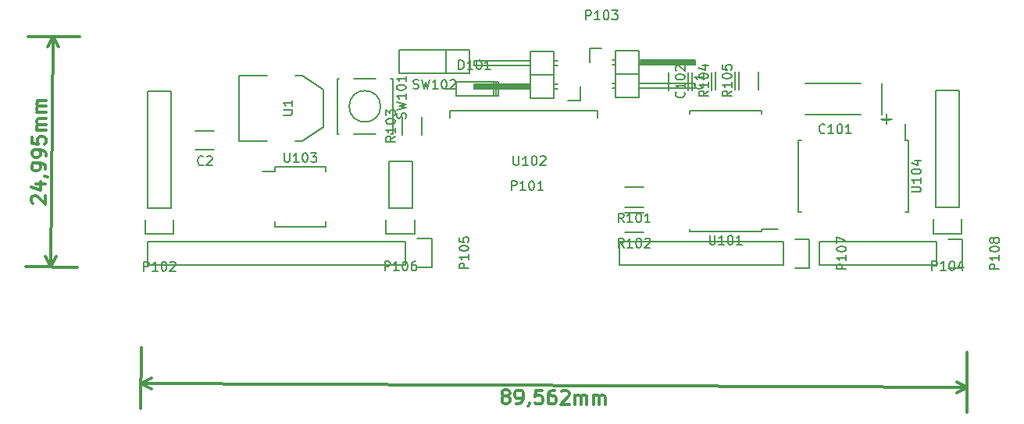
<source format=gbr>
G04 #@! TF.FileFunction,Legend,Top*
%FSLAX46Y46*%
G04 Gerber Fmt 4.6, Leading zero omitted, Abs format (unit mm)*
G04 Created by KiCad (PCBNEW 4.0.2-stable) date viernes, 29 '29e' abril '29e' 2016, 11:45:47*
%MOMM*%
G01*
G04 APERTURE LIST*
%ADD10C,0.100000*%
%ADD11C,0.300000*%
%ADD12C,0.150000*%
%ADD13C,0.152400*%
G04 APERTURE END LIST*
D10*
D11*
X113800597Y-88417193D02*
X113729971Y-88344970D01*
X113660143Y-88201324D01*
X113664135Y-87844203D01*
X113737156Y-87702153D01*
X113809379Y-87631527D01*
X113953026Y-87561701D01*
X114095874Y-87563298D01*
X114309348Y-87637116D01*
X115156855Y-88503787D01*
X115167235Y-87575274D01*
X114181670Y-86278462D02*
X115181607Y-86289641D01*
X113606285Y-86629196D02*
X114673654Y-86998293D01*
X114684034Y-86069779D01*
X115119765Y-85431754D02*
X115191188Y-85432552D01*
X115333239Y-85505572D01*
X115403864Y-85577795D01*
X115199173Y-84718311D02*
X115202366Y-84432614D01*
X115132540Y-84288967D01*
X115061914Y-84216745D01*
X114849239Y-84071501D01*
X114564340Y-83996883D01*
X113992948Y-83990496D01*
X113849301Y-84060322D01*
X113777079Y-84130949D01*
X113704057Y-84272998D01*
X113700863Y-84558694D01*
X113770691Y-84702342D01*
X113841317Y-84774564D01*
X113983367Y-84847585D01*
X114340487Y-84851577D01*
X114484134Y-84781750D01*
X114556356Y-84711125D01*
X114629377Y-84569074D01*
X114632571Y-84283378D01*
X114562743Y-84139731D01*
X114492118Y-84067508D01*
X114350069Y-83994488D01*
X115215142Y-83289829D02*
X115218335Y-83004132D01*
X115148509Y-82860485D01*
X115077883Y-82788263D01*
X114865208Y-82643019D01*
X114580309Y-82568402D01*
X114008917Y-82562014D01*
X113865270Y-82631841D01*
X113793047Y-82702467D01*
X113720026Y-82844516D01*
X113716832Y-83130213D01*
X113786660Y-83273860D01*
X113857286Y-83346082D01*
X113999336Y-83419104D01*
X114356456Y-83423096D01*
X114500103Y-83353268D01*
X114572325Y-83282643D01*
X114645346Y-83140592D01*
X114648540Y-82854896D01*
X114578712Y-82711250D01*
X114508087Y-82639027D01*
X114366037Y-82566006D01*
X113738390Y-81201762D02*
X113730406Y-81916003D01*
X114443849Y-81995412D01*
X114373223Y-81923189D01*
X114303396Y-81779543D01*
X114307388Y-81422422D01*
X114380409Y-81280373D01*
X114452631Y-81209747D01*
X114596278Y-81139920D01*
X114953399Y-81143912D01*
X115095448Y-81216932D01*
X115166074Y-81289155D01*
X115235901Y-81432802D01*
X115231909Y-81789923D01*
X115158888Y-81931972D01*
X115086665Y-82002598D01*
X115246281Y-80504289D02*
X114246343Y-80493111D01*
X114389192Y-80494708D02*
X114318566Y-80422486D01*
X114248738Y-80278838D01*
X114251134Y-80064567D01*
X114324155Y-79922517D01*
X114467802Y-79852689D01*
X115253467Y-79861472D01*
X114467802Y-79852689D02*
X114325752Y-79779668D01*
X114255924Y-79636021D01*
X114258320Y-79421750D01*
X114331341Y-79279699D01*
X114474988Y-79209872D01*
X115260653Y-79218655D01*
X115268637Y-78504414D02*
X114268699Y-78493236D01*
X114411549Y-78494833D02*
X114340922Y-78422611D01*
X114271095Y-78278963D01*
X114273490Y-78064692D01*
X114346512Y-77922642D01*
X114490158Y-77852814D01*
X115275823Y-77861597D01*
X114490158Y-77852814D02*
X114348108Y-77779793D01*
X114278281Y-77636146D01*
X114280676Y-77421875D01*
X114353698Y-77279824D01*
X114497344Y-77209997D01*
X115283009Y-77218780D01*
X115752418Y-95294166D02*
X116031818Y-70300566D01*
X118618000Y-95326200D02*
X113052587Y-95263985D01*
X118897400Y-70332600D02*
X113331987Y-70270385D01*
X116031818Y-70300566D02*
X116605610Y-71433554D01*
X116031818Y-70300566D02*
X115432842Y-71420444D01*
X115752418Y-95294166D02*
X116351394Y-94174288D01*
X115752418Y-95294166D02*
X115178626Y-94161178D01*
X164948204Y-109336880D02*
X164805733Y-109264682D01*
X164734691Y-109192869D01*
X164664033Y-109049629D01*
X164664418Y-108978202D01*
X164736615Y-108835732D01*
X164808427Y-108764689D01*
X164951668Y-108694031D01*
X165237378Y-108695571D01*
X165379848Y-108767768D01*
X165450891Y-108839581D01*
X165521548Y-108982821D01*
X165521163Y-109054248D01*
X165448967Y-109196718D01*
X165377154Y-109267761D01*
X165233914Y-109338419D01*
X164948204Y-109336880D01*
X164804963Y-109407537D01*
X164733151Y-109478580D01*
X164660954Y-109621050D01*
X164659414Y-109906760D01*
X164730072Y-110050000D01*
X164801114Y-110121813D01*
X164943585Y-110194009D01*
X165229295Y-110195549D01*
X165372535Y-110124892D01*
X165444348Y-110053849D01*
X165516545Y-109911379D01*
X165518084Y-109625669D01*
X165447427Y-109482429D01*
X165376384Y-109410616D01*
X165233914Y-109338419D01*
X166229280Y-110200937D02*
X166514991Y-110202477D01*
X166658230Y-110131820D01*
X166730042Y-110060777D01*
X166874053Y-109847265D01*
X166947019Y-109561939D01*
X166950098Y-108990519D01*
X166879441Y-108847279D01*
X166808398Y-108775466D01*
X166665928Y-108703269D01*
X166380218Y-108701729D01*
X166236977Y-108772387D01*
X166165166Y-108843430D01*
X166092968Y-108985900D01*
X166091043Y-109343038D01*
X166161702Y-109486278D01*
X166232744Y-109558090D01*
X166375215Y-109630287D01*
X166660925Y-109631827D01*
X166804164Y-109561169D01*
X166875977Y-109490127D01*
X166948174Y-109347657D01*
X167658215Y-110137208D02*
X167657830Y-110208635D01*
X167585633Y-110351106D01*
X167513820Y-110422148D01*
X169023037Y-108715970D02*
X168308761Y-108712121D01*
X168233484Y-109426012D01*
X168305297Y-109354970D01*
X168448537Y-109284311D01*
X168805675Y-109286236D01*
X168948145Y-109358434D01*
X169019188Y-109430246D01*
X169089845Y-109573485D01*
X169087921Y-109930623D01*
X169015724Y-110073093D01*
X168943911Y-110144136D01*
X168800671Y-110214793D01*
X168443534Y-110212869D01*
X168301063Y-110140672D01*
X168230020Y-110068859D01*
X170380159Y-108723283D02*
X170094449Y-108721743D01*
X169951210Y-108792401D01*
X169879397Y-108863445D01*
X169735387Y-109076957D01*
X169662420Y-109362283D01*
X169659340Y-109933702D01*
X169729999Y-110076942D01*
X169801041Y-110148755D01*
X169943512Y-110220952D01*
X170229222Y-110222491D01*
X170372461Y-110151834D01*
X170444274Y-110080791D01*
X170516471Y-109938321D01*
X170518395Y-109581183D01*
X170447738Y-109437943D01*
X170376695Y-109366131D01*
X170234225Y-109293934D01*
X169948515Y-109292394D01*
X169805274Y-109363052D01*
X169733463Y-109434094D01*
X169661265Y-109576564D01*
X171093664Y-108869988D02*
X171165477Y-108798945D01*
X171308717Y-108728286D01*
X171665855Y-108730211D01*
X171808325Y-108802409D01*
X171879368Y-108874221D01*
X171950025Y-109017461D01*
X171949255Y-109160316D01*
X171876673Y-109374214D01*
X171014924Y-110226725D01*
X171943482Y-110231729D01*
X172586329Y-110235193D02*
X172591718Y-109235207D01*
X172590948Y-109378063D02*
X172662760Y-109307020D01*
X172806001Y-109236362D01*
X173020283Y-109237516D01*
X173162753Y-109309714D01*
X173233411Y-109452954D01*
X173229177Y-110238657D01*
X173233411Y-109452954D02*
X173305609Y-109310484D01*
X173448848Y-109239826D01*
X173663130Y-109240981D01*
X173805601Y-109313178D01*
X173876258Y-109456418D01*
X173872025Y-110242121D01*
X174586300Y-110245970D02*
X174591689Y-109245984D01*
X174590919Y-109388840D02*
X174662731Y-109317797D01*
X174805972Y-109247139D01*
X175020254Y-109248293D01*
X175162724Y-109320491D01*
X175233382Y-109463731D01*
X175229148Y-110249434D01*
X175233382Y-109463731D02*
X175305580Y-109321261D01*
X175448819Y-109250603D01*
X175663101Y-109251757D01*
X175805572Y-109323955D01*
X175876229Y-109467195D01*
X175871996Y-110252898D01*
X215091780Y-108435635D02*
X125531380Y-107953035D01*
X215112600Y-104571800D02*
X215077231Y-111135596D01*
X125552200Y-104089200D02*
X125516831Y-110652996D01*
X125531380Y-107953035D02*
X126661027Y-107372693D01*
X125531380Y-107953035D02*
X126654707Y-108545517D01*
X215091780Y-108435635D02*
X213968453Y-107843153D01*
X215091780Y-108435635D02*
X213962133Y-109015977D01*
D12*
X173131000Y-77267400D02*
X173131000Y-75717400D01*
X171831000Y-77267400D02*
X173131000Y-77267400D01*
X167640000Y-75844400D02*
X161798000Y-75844400D01*
X161798000Y-75844400D02*
X161798000Y-75590400D01*
X161798000Y-75590400D02*
X167640000Y-75590400D01*
X167640000Y-75590400D02*
X167640000Y-75717400D01*
X167640000Y-75717400D02*
X161798000Y-75717400D01*
X170307000Y-75971400D02*
X170688000Y-75971400D01*
X170307000Y-75463400D02*
X170688000Y-75463400D01*
X170307000Y-73431400D02*
X170688000Y-73431400D01*
X170307000Y-72923400D02*
X170688000Y-72923400D01*
X170307000Y-76987400D02*
X167767000Y-76987400D01*
X170307000Y-74447400D02*
X167767000Y-74447400D01*
X170307000Y-74447400D02*
X170307000Y-71907400D01*
X170307000Y-71907400D02*
X167767000Y-71907400D01*
X167767000Y-73431400D02*
X161671000Y-73431400D01*
X161671000Y-73431400D02*
X161671000Y-72923400D01*
X161671000Y-72923400D02*
X167767000Y-72923400D01*
X167767000Y-71907400D02*
X167767000Y-74447400D01*
X167767000Y-74447400D02*
X167767000Y-76987400D01*
X161671000Y-75463400D02*
X167767000Y-75463400D01*
X161671000Y-75971400D02*
X161671000Y-75463400D01*
X167767000Y-75971400D02*
X161671000Y-75971400D01*
X170307000Y-74447400D02*
X167767000Y-74447400D01*
X170307000Y-76987400D02*
X170307000Y-74447400D01*
X126263000Y-88925400D02*
X126263000Y-76225400D01*
X126263000Y-76225400D02*
X128803000Y-76225400D01*
X128803000Y-76225400D02*
X128803000Y-88925400D01*
X125983000Y-91745400D02*
X125983000Y-90195400D01*
X126263000Y-88925400D02*
X128803000Y-88925400D01*
X129083000Y-90195400D02*
X129083000Y-91745400D01*
X129083000Y-91745400D02*
X125983000Y-91745400D01*
X174163000Y-71551200D02*
X174163000Y-73101200D01*
X175463000Y-71551200D02*
X174163000Y-71551200D01*
X179654000Y-72974200D02*
X185496000Y-72974200D01*
X185496000Y-72974200D02*
X185496000Y-73228200D01*
X185496000Y-73228200D02*
X179654000Y-73228200D01*
X179654000Y-73228200D02*
X179654000Y-73101200D01*
X179654000Y-73101200D02*
X185496000Y-73101200D01*
X176987000Y-72847200D02*
X176606000Y-72847200D01*
X176987000Y-73355200D02*
X176606000Y-73355200D01*
X176987000Y-75387200D02*
X176606000Y-75387200D01*
X176987000Y-75895200D02*
X176606000Y-75895200D01*
X176987000Y-71831200D02*
X179527000Y-71831200D01*
X176987000Y-74371200D02*
X179527000Y-74371200D01*
X176987000Y-74371200D02*
X176987000Y-76911200D01*
X176987000Y-76911200D02*
X179527000Y-76911200D01*
X179527000Y-75387200D02*
X185623000Y-75387200D01*
X185623000Y-75387200D02*
X185623000Y-75895200D01*
X185623000Y-75895200D02*
X179527000Y-75895200D01*
X179527000Y-76911200D02*
X179527000Y-74371200D01*
X179527000Y-74371200D02*
X179527000Y-71831200D01*
X185623000Y-73355200D02*
X179527000Y-73355200D01*
X185623000Y-72847200D02*
X185623000Y-73355200D01*
X179527000Y-72847200D02*
X185623000Y-72847200D01*
X176987000Y-74371200D02*
X179527000Y-74371200D01*
X176987000Y-71831200D02*
X176987000Y-74371200D01*
X211684000Y-88874600D02*
X211684000Y-76174600D01*
X211684000Y-76174600D02*
X214224000Y-76174600D01*
X214224000Y-76174600D02*
X214224000Y-88874600D01*
X211404000Y-91694600D02*
X211404000Y-90144600D01*
X211684000Y-88874600D02*
X214224000Y-88874600D01*
X214504000Y-90144600D02*
X214504000Y-91694600D01*
X214504000Y-91694600D02*
X211404000Y-91694600D01*
X154229000Y-95072200D02*
X126289000Y-95072200D01*
X126289000Y-95072200D02*
X126289000Y-92532200D01*
X126289000Y-92532200D02*
X154229000Y-92532200D01*
X157049000Y-95352200D02*
X155499000Y-95352200D01*
X154229000Y-95072200D02*
X154229000Y-92532200D01*
X155499000Y-92252200D02*
X157049000Y-92252200D01*
X157049000Y-92252200D02*
X157049000Y-95352200D01*
X154940000Y-88900000D02*
X154940000Y-83820000D01*
X154940000Y-83820000D02*
X152400000Y-83820000D01*
X152400000Y-83820000D02*
X152400000Y-88900000D01*
X152120000Y-91720000D02*
X152120000Y-90170000D01*
X152400000Y-88900000D02*
X154940000Y-88900000D01*
X155220000Y-90170000D02*
X155220000Y-91720000D01*
X155220000Y-91720000D02*
X152120000Y-91720000D01*
X195148000Y-95148400D02*
X177368000Y-95148400D01*
X177368000Y-95148400D02*
X177368000Y-92608400D01*
X177368000Y-92608400D02*
X195148000Y-92608400D01*
X197968000Y-95428400D02*
X196418000Y-95428400D01*
X195148000Y-95148400D02*
X195148000Y-92608400D01*
X196418000Y-92328400D02*
X197968000Y-92328400D01*
X197968000Y-92328400D02*
X197968000Y-95428400D01*
X139217000Y-74498200D02*
X136169000Y-74498200D01*
X136169000Y-74498200D02*
X136169000Y-81610200D01*
X136169000Y-81610200D02*
X139217000Y-81610200D01*
X142265000Y-74498200D02*
X143027000Y-74498200D01*
X143027000Y-74498200D02*
X145313000Y-76022200D01*
X145313000Y-76022200D02*
X145313000Y-80086200D01*
X145313000Y-80086200D02*
X143027000Y-81610200D01*
X143027000Y-81610200D02*
X142265000Y-81610200D01*
X192775000Y-91512600D02*
X192775000Y-91177600D01*
X185025000Y-91512600D02*
X185025000Y-91177600D01*
X185025000Y-78362600D02*
X185025000Y-78697600D01*
X192775000Y-78362600D02*
X192775000Y-78697600D01*
X192775000Y-91512600D02*
X185025000Y-91512600D01*
X192775000Y-78362600D02*
X185025000Y-78362600D01*
X192775000Y-91177600D02*
X194575000Y-91177600D01*
D13*
X175006000Y-79121000D02*
X175006000Y-78359000D01*
X175006000Y-78359000D02*
X159004000Y-78359000D01*
X159004000Y-78359000D02*
X159004000Y-79121000D01*
D12*
X208693000Y-81596000D02*
X208348000Y-81596000D01*
X208693000Y-89346000D02*
X208348000Y-89346000D01*
X196793000Y-89346000D02*
X197138000Y-89346000D01*
X196793000Y-81596000D02*
X197138000Y-81596000D01*
X208693000Y-81596000D02*
X208693000Y-89346000D01*
X196793000Y-81596000D02*
X196793000Y-89346000D01*
X208348000Y-81596000D02*
X208348000Y-79771000D01*
X211734000Y-95148400D02*
X199034000Y-95148400D01*
X199034000Y-95148400D02*
X199034000Y-92608400D01*
X199034000Y-92608400D02*
X211734000Y-92608400D01*
X214554000Y-95428400D02*
X213004000Y-95428400D01*
X211734000Y-95148400D02*
X211734000Y-92608400D01*
X213004000Y-92328400D02*
X214554000Y-92328400D01*
X214554000Y-92328400D02*
X214554000Y-95428400D01*
X140024000Y-84405800D02*
X140024000Y-84980800D01*
X145574000Y-84405800D02*
X145574000Y-84980800D01*
X145574000Y-90955800D02*
X145574000Y-90380800D01*
X140024000Y-90955800D02*
X140024000Y-90380800D01*
X140024000Y-84405800D02*
X145574000Y-84405800D01*
X140024000Y-90955800D02*
X145574000Y-90955800D01*
X140024000Y-84980800D02*
X138749000Y-84980800D01*
X205834180Y-78762860D02*
X205834180Y-75364340D01*
X197584260Y-75364340D02*
X203583740Y-75364340D01*
X197584260Y-78762860D02*
X203583740Y-78762860D01*
X206337100Y-79766160D02*
X206337100Y-78666340D01*
X206936540Y-79265780D02*
X205737660Y-79265780D01*
X184819000Y-76184000D02*
X184819000Y-74184000D01*
X182769000Y-74184000D02*
X182769000Y-76184000D01*
X131461000Y-82559000D02*
X133461000Y-82559000D01*
X133461000Y-80509000D02*
X131461000Y-80509000D01*
X185309000Y-74184000D02*
X185309000Y-76184000D01*
X187359000Y-76184000D02*
X187359000Y-74184000D01*
X177994000Y-86656600D02*
X179994000Y-86656600D01*
X179994000Y-88806600D02*
X177994000Y-88806600D01*
X177994000Y-89399800D02*
X179994000Y-89399800D01*
X179994000Y-91549800D02*
X177994000Y-91549800D01*
X189949400Y-74082400D02*
X189949400Y-76082400D01*
X187799400Y-76082400D02*
X187799400Y-74082400D01*
X192489400Y-74082400D02*
X192489400Y-76082400D01*
X190339400Y-76082400D02*
X190339400Y-74082400D01*
X156015000Y-79010000D02*
X156015000Y-81010000D01*
X153865000Y-81010000D02*
X153865000Y-79010000D01*
X152809000Y-80876400D02*
X152609000Y-80876400D01*
X146809000Y-80876400D02*
X147009000Y-80876400D01*
X146809000Y-74876400D02*
X147009000Y-74876400D01*
X152809000Y-74876400D02*
X152609000Y-74876400D01*
X151009000Y-74876400D02*
X148609000Y-74876400D01*
X151009000Y-80876400D02*
X148609000Y-80876400D01*
X152809000Y-80876400D02*
X152809000Y-74876400D01*
X146809000Y-74876400D02*
X146809000Y-80876400D01*
X151509000Y-77876400D02*
G75*
G03X151509000Y-77876400I-1700000J0D01*
G01*
X161163000Y-71704200D02*
X161163000Y-74244200D01*
X161163000Y-74244200D02*
X153543000Y-74244200D01*
X153543000Y-74244200D02*
X153543000Y-71704200D01*
X153543000Y-71704200D02*
X161163000Y-71704200D01*
X158623000Y-74244200D02*
X158623000Y-71704200D01*
X159740480Y-75948540D02*
X158343480Y-75948540D01*
X164185480Y-75948540D02*
X165709480Y-75948540D01*
X163804480Y-76710540D02*
X163804480Y-75186540D01*
X164058480Y-76710540D02*
X164058480Y-75186540D01*
X164312480Y-75948540D02*
X164312480Y-75186540D01*
X164312480Y-75186540D02*
X159740480Y-75186540D01*
X159740480Y-75186540D02*
X159740480Y-76710540D01*
X159740480Y-76710540D02*
X164312480Y-76710540D01*
X164312480Y-76710540D02*
X164312480Y-75948540D01*
X165695524Y-86964781D02*
X165695524Y-85964781D01*
X166076477Y-85964781D01*
X166171715Y-86012400D01*
X166219334Y-86060019D01*
X166266953Y-86155257D01*
X166266953Y-86298114D01*
X166219334Y-86393352D01*
X166171715Y-86440971D01*
X166076477Y-86488590D01*
X165695524Y-86488590D01*
X167219334Y-86964781D02*
X166647905Y-86964781D01*
X166933619Y-86964781D02*
X166933619Y-85964781D01*
X166838381Y-86107638D01*
X166743143Y-86202876D01*
X166647905Y-86250495D01*
X167838381Y-85964781D02*
X167933620Y-85964781D01*
X168028858Y-86012400D01*
X168076477Y-86060019D01*
X168124096Y-86155257D01*
X168171715Y-86345733D01*
X168171715Y-86583829D01*
X168124096Y-86774305D01*
X168076477Y-86869543D01*
X168028858Y-86917162D01*
X167933620Y-86964781D01*
X167838381Y-86964781D01*
X167743143Y-86917162D01*
X167695524Y-86869543D01*
X167647905Y-86774305D01*
X167600286Y-86583829D01*
X167600286Y-86345733D01*
X167647905Y-86155257D01*
X167695524Y-86060019D01*
X167743143Y-86012400D01*
X167838381Y-85964781D01*
X169124096Y-86964781D02*
X168552667Y-86964781D01*
X168838381Y-86964781D02*
X168838381Y-85964781D01*
X168743143Y-86107638D01*
X168647905Y-86202876D01*
X168552667Y-86250495D01*
X125842524Y-95747781D02*
X125842524Y-94747781D01*
X126223477Y-94747781D01*
X126318715Y-94795400D01*
X126366334Y-94843019D01*
X126413953Y-94938257D01*
X126413953Y-95081114D01*
X126366334Y-95176352D01*
X126318715Y-95223971D01*
X126223477Y-95271590D01*
X125842524Y-95271590D01*
X127366334Y-95747781D02*
X126794905Y-95747781D01*
X127080619Y-95747781D02*
X127080619Y-94747781D01*
X126985381Y-94890638D01*
X126890143Y-94985876D01*
X126794905Y-95033495D01*
X127985381Y-94747781D02*
X128080620Y-94747781D01*
X128175858Y-94795400D01*
X128223477Y-94843019D01*
X128271096Y-94938257D01*
X128318715Y-95128733D01*
X128318715Y-95366829D01*
X128271096Y-95557305D01*
X128223477Y-95652543D01*
X128175858Y-95700162D01*
X128080620Y-95747781D01*
X127985381Y-95747781D01*
X127890143Y-95700162D01*
X127842524Y-95652543D01*
X127794905Y-95557305D01*
X127747286Y-95366829D01*
X127747286Y-95128733D01*
X127794905Y-94938257D01*
X127842524Y-94843019D01*
X127890143Y-94795400D01*
X127985381Y-94747781D01*
X128699667Y-94843019D02*
X128747286Y-94795400D01*
X128842524Y-94747781D01*
X129080620Y-94747781D01*
X129175858Y-94795400D01*
X129223477Y-94843019D01*
X129271096Y-94938257D01*
X129271096Y-95033495D01*
X129223477Y-95176352D01*
X128652048Y-95747781D01*
X129271096Y-95747781D01*
X173772524Y-68453581D02*
X173772524Y-67453581D01*
X174153477Y-67453581D01*
X174248715Y-67501200D01*
X174296334Y-67548819D01*
X174343953Y-67644057D01*
X174343953Y-67786914D01*
X174296334Y-67882152D01*
X174248715Y-67929771D01*
X174153477Y-67977390D01*
X173772524Y-67977390D01*
X175296334Y-68453581D02*
X174724905Y-68453581D01*
X175010619Y-68453581D02*
X175010619Y-67453581D01*
X174915381Y-67596438D01*
X174820143Y-67691676D01*
X174724905Y-67739295D01*
X175915381Y-67453581D02*
X176010620Y-67453581D01*
X176105858Y-67501200D01*
X176153477Y-67548819D01*
X176201096Y-67644057D01*
X176248715Y-67834533D01*
X176248715Y-68072629D01*
X176201096Y-68263105D01*
X176153477Y-68358343D01*
X176105858Y-68405962D01*
X176010620Y-68453581D01*
X175915381Y-68453581D01*
X175820143Y-68405962D01*
X175772524Y-68358343D01*
X175724905Y-68263105D01*
X175677286Y-68072629D01*
X175677286Y-67834533D01*
X175724905Y-67644057D01*
X175772524Y-67548819D01*
X175820143Y-67501200D01*
X175915381Y-67453581D01*
X176582048Y-67453581D02*
X177201096Y-67453581D01*
X176867762Y-67834533D01*
X177010620Y-67834533D01*
X177105858Y-67882152D01*
X177153477Y-67929771D01*
X177201096Y-68025010D01*
X177201096Y-68263105D01*
X177153477Y-68358343D01*
X177105858Y-68405962D01*
X177010620Y-68453581D01*
X176724905Y-68453581D01*
X176629667Y-68405962D01*
X176582048Y-68358343D01*
X211263524Y-95696981D02*
X211263524Y-94696981D01*
X211644477Y-94696981D01*
X211739715Y-94744600D01*
X211787334Y-94792219D01*
X211834953Y-94887457D01*
X211834953Y-95030314D01*
X211787334Y-95125552D01*
X211739715Y-95173171D01*
X211644477Y-95220790D01*
X211263524Y-95220790D01*
X212787334Y-95696981D02*
X212215905Y-95696981D01*
X212501619Y-95696981D02*
X212501619Y-94696981D01*
X212406381Y-94839838D01*
X212311143Y-94935076D01*
X212215905Y-94982695D01*
X213406381Y-94696981D02*
X213501620Y-94696981D01*
X213596858Y-94744600D01*
X213644477Y-94792219D01*
X213692096Y-94887457D01*
X213739715Y-95077933D01*
X213739715Y-95316029D01*
X213692096Y-95506505D01*
X213644477Y-95601743D01*
X213596858Y-95649362D01*
X213501620Y-95696981D01*
X213406381Y-95696981D01*
X213311143Y-95649362D01*
X213263524Y-95601743D01*
X213215905Y-95506505D01*
X213168286Y-95316029D01*
X213168286Y-95077933D01*
X213215905Y-94887457D01*
X213263524Y-94792219D01*
X213311143Y-94744600D01*
X213406381Y-94696981D01*
X214596858Y-95030314D02*
X214596858Y-95696981D01*
X214358762Y-94649362D02*
X214120667Y-95363648D01*
X214739715Y-95363648D01*
X161051381Y-95492676D02*
X160051381Y-95492676D01*
X160051381Y-95111723D01*
X160099000Y-95016485D01*
X160146619Y-94968866D01*
X160241857Y-94921247D01*
X160384714Y-94921247D01*
X160479952Y-94968866D01*
X160527571Y-95016485D01*
X160575190Y-95111723D01*
X160575190Y-95492676D01*
X161051381Y-93968866D02*
X161051381Y-94540295D01*
X161051381Y-94254581D02*
X160051381Y-94254581D01*
X160194238Y-94349819D01*
X160289476Y-94445057D01*
X160337095Y-94540295D01*
X160051381Y-93349819D02*
X160051381Y-93254580D01*
X160099000Y-93159342D01*
X160146619Y-93111723D01*
X160241857Y-93064104D01*
X160432333Y-93016485D01*
X160670429Y-93016485D01*
X160860905Y-93064104D01*
X160956143Y-93111723D01*
X161003762Y-93159342D01*
X161051381Y-93254580D01*
X161051381Y-93349819D01*
X161003762Y-93445057D01*
X160956143Y-93492676D01*
X160860905Y-93540295D01*
X160670429Y-93587914D01*
X160432333Y-93587914D01*
X160241857Y-93540295D01*
X160146619Y-93492676D01*
X160099000Y-93445057D01*
X160051381Y-93349819D01*
X160051381Y-92111723D02*
X160051381Y-92587914D01*
X160527571Y-92635533D01*
X160479952Y-92587914D01*
X160432333Y-92492676D01*
X160432333Y-92254580D01*
X160479952Y-92159342D01*
X160527571Y-92111723D01*
X160622810Y-92064104D01*
X160860905Y-92064104D01*
X160956143Y-92111723D01*
X161003762Y-92159342D01*
X161051381Y-92254580D01*
X161051381Y-92492676D01*
X161003762Y-92587914D01*
X160956143Y-92635533D01*
X151979524Y-95722381D02*
X151979524Y-94722381D01*
X152360477Y-94722381D01*
X152455715Y-94770000D01*
X152503334Y-94817619D01*
X152550953Y-94912857D01*
X152550953Y-95055714D01*
X152503334Y-95150952D01*
X152455715Y-95198571D01*
X152360477Y-95246190D01*
X151979524Y-95246190D01*
X153503334Y-95722381D02*
X152931905Y-95722381D01*
X153217619Y-95722381D02*
X153217619Y-94722381D01*
X153122381Y-94865238D01*
X153027143Y-94960476D01*
X152931905Y-95008095D01*
X154122381Y-94722381D02*
X154217620Y-94722381D01*
X154312858Y-94770000D01*
X154360477Y-94817619D01*
X154408096Y-94912857D01*
X154455715Y-95103333D01*
X154455715Y-95341429D01*
X154408096Y-95531905D01*
X154360477Y-95627143D01*
X154312858Y-95674762D01*
X154217620Y-95722381D01*
X154122381Y-95722381D01*
X154027143Y-95674762D01*
X153979524Y-95627143D01*
X153931905Y-95531905D01*
X153884286Y-95341429D01*
X153884286Y-95103333D01*
X153931905Y-94912857D01*
X153979524Y-94817619D01*
X154027143Y-94770000D01*
X154122381Y-94722381D01*
X155312858Y-94722381D02*
X155122381Y-94722381D01*
X155027143Y-94770000D01*
X154979524Y-94817619D01*
X154884286Y-94960476D01*
X154836667Y-95150952D01*
X154836667Y-95531905D01*
X154884286Y-95627143D01*
X154931905Y-95674762D01*
X155027143Y-95722381D01*
X155217620Y-95722381D01*
X155312858Y-95674762D01*
X155360477Y-95627143D01*
X155408096Y-95531905D01*
X155408096Y-95293810D01*
X155360477Y-95198571D01*
X155312858Y-95150952D01*
X155217620Y-95103333D01*
X155027143Y-95103333D01*
X154931905Y-95150952D01*
X154884286Y-95198571D01*
X154836667Y-95293810D01*
X201970381Y-95568876D02*
X200970381Y-95568876D01*
X200970381Y-95187923D01*
X201018000Y-95092685D01*
X201065619Y-95045066D01*
X201160857Y-94997447D01*
X201303714Y-94997447D01*
X201398952Y-95045066D01*
X201446571Y-95092685D01*
X201494190Y-95187923D01*
X201494190Y-95568876D01*
X201970381Y-94045066D02*
X201970381Y-94616495D01*
X201970381Y-94330781D02*
X200970381Y-94330781D01*
X201113238Y-94426019D01*
X201208476Y-94521257D01*
X201256095Y-94616495D01*
X200970381Y-93426019D02*
X200970381Y-93330780D01*
X201018000Y-93235542D01*
X201065619Y-93187923D01*
X201160857Y-93140304D01*
X201351333Y-93092685D01*
X201589429Y-93092685D01*
X201779905Y-93140304D01*
X201875143Y-93187923D01*
X201922762Y-93235542D01*
X201970381Y-93330780D01*
X201970381Y-93426019D01*
X201922762Y-93521257D01*
X201875143Y-93568876D01*
X201779905Y-93616495D01*
X201589429Y-93664114D01*
X201351333Y-93664114D01*
X201160857Y-93616495D01*
X201065619Y-93568876D01*
X201018000Y-93521257D01*
X200970381Y-93426019D01*
X200970381Y-92759352D02*
X200970381Y-92092685D01*
X201970381Y-92521257D01*
X140955381Y-78816105D02*
X141764905Y-78816105D01*
X141860143Y-78768486D01*
X141907762Y-78720867D01*
X141955381Y-78625629D01*
X141955381Y-78435152D01*
X141907762Y-78339914D01*
X141860143Y-78292295D01*
X141764905Y-78244676D01*
X140955381Y-78244676D01*
X141955381Y-77244676D02*
X141955381Y-77816105D01*
X141955381Y-77530391D02*
X140955381Y-77530391D01*
X141098238Y-77625629D01*
X141193476Y-77720867D01*
X141241095Y-77816105D01*
X187185714Y-91889981D02*
X187185714Y-92699505D01*
X187233333Y-92794743D01*
X187280952Y-92842362D01*
X187376190Y-92889981D01*
X187566667Y-92889981D01*
X187661905Y-92842362D01*
X187709524Y-92794743D01*
X187757143Y-92699505D01*
X187757143Y-91889981D01*
X188757143Y-92889981D02*
X188185714Y-92889981D01*
X188471428Y-92889981D02*
X188471428Y-91889981D01*
X188376190Y-92032838D01*
X188280952Y-92128076D01*
X188185714Y-92175695D01*
X189376190Y-91889981D02*
X189471429Y-91889981D01*
X189566667Y-91937600D01*
X189614286Y-91985219D01*
X189661905Y-92080457D01*
X189709524Y-92270933D01*
X189709524Y-92509029D01*
X189661905Y-92699505D01*
X189614286Y-92794743D01*
X189566667Y-92842362D01*
X189471429Y-92889981D01*
X189376190Y-92889981D01*
X189280952Y-92842362D01*
X189233333Y-92794743D01*
X189185714Y-92699505D01*
X189138095Y-92509029D01*
X189138095Y-92270933D01*
X189185714Y-92080457D01*
X189233333Y-91985219D01*
X189280952Y-91937600D01*
X189376190Y-91889981D01*
X190661905Y-92889981D02*
X190090476Y-92889981D01*
X190376190Y-92889981D02*
X190376190Y-91889981D01*
X190280952Y-92032838D01*
X190185714Y-92128076D01*
X190090476Y-92175695D01*
X165925714Y-83272381D02*
X165925714Y-84081905D01*
X165973333Y-84177143D01*
X166020952Y-84224762D01*
X166116190Y-84272381D01*
X166306667Y-84272381D01*
X166401905Y-84224762D01*
X166449524Y-84177143D01*
X166497143Y-84081905D01*
X166497143Y-83272381D01*
X167497143Y-84272381D02*
X166925714Y-84272381D01*
X167211428Y-84272381D02*
X167211428Y-83272381D01*
X167116190Y-83415238D01*
X167020952Y-83510476D01*
X166925714Y-83558095D01*
X168116190Y-83272381D02*
X168211429Y-83272381D01*
X168306667Y-83320000D01*
X168354286Y-83367619D01*
X168401905Y-83462857D01*
X168449524Y-83653333D01*
X168449524Y-83891429D01*
X168401905Y-84081905D01*
X168354286Y-84177143D01*
X168306667Y-84224762D01*
X168211429Y-84272381D01*
X168116190Y-84272381D01*
X168020952Y-84224762D01*
X167973333Y-84177143D01*
X167925714Y-84081905D01*
X167878095Y-83891429D01*
X167878095Y-83653333D01*
X167925714Y-83462857D01*
X167973333Y-83367619D01*
X168020952Y-83320000D01*
X168116190Y-83272381D01*
X168830476Y-83367619D02*
X168878095Y-83320000D01*
X168973333Y-83272381D01*
X169211429Y-83272381D01*
X169306667Y-83320000D01*
X169354286Y-83367619D01*
X169401905Y-83462857D01*
X169401905Y-83558095D01*
X169354286Y-83700952D01*
X168782857Y-84272381D01*
X169401905Y-84272381D01*
X209070381Y-87185286D02*
X209879905Y-87185286D01*
X209975143Y-87137667D01*
X210022762Y-87090048D01*
X210070381Y-86994810D01*
X210070381Y-86804333D01*
X210022762Y-86709095D01*
X209975143Y-86661476D01*
X209879905Y-86613857D01*
X209070381Y-86613857D01*
X210070381Y-85613857D02*
X210070381Y-86185286D01*
X210070381Y-85899572D02*
X209070381Y-85899572D01*
X209213238Y-85994810D01*
X209308476Y-86090048D01*
X209356095Y-86185286D01*
X209070381Y-84994810D02*
X209070381Y-84899571D01*
X209118000Y-84804333D01*
X209165619Y-84756714D01*
X209260857Y-84709095D01*
X209451333Y-84661476D01*
X209689429Y-84661476D01*
X209879905Y-84709095D01*
X209975143Y-84756714D01*
X210022762Y-84804333D01*
X210070381Y-84899571D01*
X210070381Y-84994810D01*
X210022762Y-85090048D01*
X209975143Y-85137667D01*
X209879905Y-85185286D01*
X209689429Y-85232905D01*
X209451333Y-85232905D01*
X209260857Y-85185286D01*
X209165619Y-85137667D01*
X209118000Y-85090048D01*
X209070381Y-84994810D01*
X209403714Y-83804333D02*
X210070381Y-83804333D01*
X209022762Y-84042429D02*
X209737048Y-84280524D01*
X209737048Y-83661476D01*
X218556381Y-95568876D02*
X217556381Y-95568876D01*
X217556381Y-95187923D01*
X217604000Y-95092685D01*
X217651619Y-95045066D01*
X217746857Y-94997447D01*
X217889714Y-94997447D01*
X217984952Y-95045066D01*
X218032571Y-95092685D01*
X218080190Y-95187923D01*
X218080190Y-95568876D01*
X218556381Y-94045066D02*
X218556381Y-94616495D01*
X218556381Y-94330781D02*
X217556381Y-94330781D01*
X217699238Y-94426019D01*
X217794476Y-94521257D01*
X217842095Y-94616495D01*
X217556381Y-93426019D02*
X217556381Y-93330780D01*
X217604000Y-93235542D01*
X217651619Y-93187923D01*
X217746857Y-93140304D01*
X217937333Y-93092685D01*
X218175429Y-93092685D01*
X218365905Y-93140304D01*
X218461143Y-93187923D01*
X218508762Y-93235542D01*
X218556381Y-93330780D01*
X218556381Y-93426019D01*
X218508762Y-93521257D01*
X218461143Y-93568876D01*
X218365905Y-93616495D01*
X218175429Y-93664114D01*
X217937333Y-93664114D01*
X217746857Y-93616495D01*
X217651619Y-93568876D01*
X217604000Y-93521257D01*
X217556381Y-93426019D01*
X217984952Y-92521257D02*
X217937333Y-92616495D01*
X217889714Y-92664114D01*
X217794476Y-92711733D01*
X217746857Y-92711733D01*
X217651619Y-92664114D01*
X217604000Y-92616495D01*
X217556381Y-92521257D01*
X217556381Y-92330780D01*
X217604000Y-92235542D01*
X217651619Y-92187923D01*
X217746857Y-92140304D01*
X217794476Y-92140304D01*
X217889714Y-92187923D01*
X217937333Y-92235542D01*
X217984952Y-92330780D01*
X217984952Y-92521257D01*
X218032571Y-92616495D01*
X218080190Y-92664114D01*
X218175429Y-92711733D01*
X218365905Y-92711733D01*
X218461143Y-92664114D01*
X218508762Y-92616495D01*
X218556381Y-92521257D01*
X218556381Y-92330780D01*
X218508762Y-92235542D01*
X218461143Y-92187923D01*
X218365905Y-92140304D01*
X218175429Y-92140304D01*
X218080190Y-92187923D01*
X218032571Y-92235542D01*
X217984952Y-92330780D01*
X141084714Y-82933181D02*
X141084714Y-83742705D01*
X141132333Y-83837943D01*
X141179952Y-83885562D01*
X141275190Y-83933181D01*
X141465667Y-83933181D01*
X141560905Y-83885562D01*
X141608524Y-83837943D01*
X141656143Y-83742705D01*
X141656143Y-82933181D01*
X142656143Y-83933181D02*
X142084714Y-83933181D01*
X142370428Y-83933181D02*
X142370428Y-82933181D01*
X142275190Y-83076038D01*
X142179952Y-83171276D01*
X142084714Y-83218895D01*
X143275190Y-82933181D02*
X143370429Y-82933181D01*
X143465667Y-82980800D01*
X143513286Y-83028419D01*
X143560905Y-83123657D01*
X143608524Y-83314133D01*
X143608524Y-83552229D01*
X143560905Y-83742705D01*
X143513286Y-83837943D01*
X143465667Y-83885562D01*
X143370429Y-83933181D01*
X143275190Y-83933181D01*
X143179952Y-83885562D01*
X143132333Y-83837943D01*
X143084714Y-83742705D01*
X143037095Y-83552229D01*
X143037095Y-83314133D01*
X143084714Y-83123657D01*
X143132333Y-83028419D01*
X143179952Y-82980800D01*
X143275190Y-82933181D01*
X143941857Y-82933181D02*
X144560905Y-82933181D01*
X144227571Y-83314133D01*
X144370429Y-83314133D01*
X144465667Y-83361752D01*
X144513286Y-83409371D01*
X144560905Y-83504610D01*
X144560905Y-83742705D01*
X144513286Y-83837943D01*
X144465667Y-83885562D01*
X144370429Y-83933181D01*
X144084714Y-83933181D01*
X143989476Y-83885562D01*
X143941857Y-83837943D01*
X199665613Y-80720203D02*
X199617994Y-80767822D01*
X199475137Y-80815441D01*
X199379899Y-80815441D01*
X199237041Y-80767822D01*
X199141803Y-80672584D01*
X199094184Y-80577346D01*
X199046565Y-80386870D01*
X199046565Y-80244012D01*
X199094184Y-80053536D01*
X199141803Y-79958298D01*
X199237041Y-79863060D01*
X199379899Y-79815441D01*
X199475137Y-79815441D01*
X199617994Y-79863060D01*
X199665613Y-79910679D01*
X200617994Y-80815441D02*
X200046565Y-80815441D01*
X200332279Y-80815441D02*
X200332279Y-79815441D01*
X200237041Y-79958298D01*
X200141803Y-80053536D01*
X200046565Y-80101155D01*
X201237041Y-79815441D02*
X201332280Y-79815441D01*
X201427518Y-79863060D01*
X201475137Y-79910679D01*
X201522756Y-80005917D01*
X201570375Y-80196393D01*
X201570375Y-80434489D01*
X201522756Y-80624965D01*
X201475137Y-80720203D01*
X201427518Y-80767822D01*
X201332280Y-80815441D01*
X201237041Y-80815441D01*
X201141803Y-80767822D01*
X201094184Y-80720203D01*
X201046565Y-80624965D01*
X200998946Y-80434489D01*
X200998946Y-80196393D01*
X201046565Y-80005917D01*
X201094184Y-79910679D01*
X201141803Y-79863060D01*
X201237041Y-79815441D01*
X202522756Y-80815441D02*
X201951327Y-80815441D01*
X202237041Y-80815441D02*
X202237041Y-79815441D01*
X202141803Y-79958298D01*
X202046565Y-80053536D01*
X201951327Y-80101155D01*
X205953608Y-79334669D02*
X206715513Y-79334669D01*
X206334561Y-79715621D02*
X206334561Y-78953716D01*
X186451143Y-75350666D02*
X186498762Y-75398285D01*
X186546381Y-75541142D01*
X186546381Y-75636380D01*
X186498762Y-75779238D01*
X186403524Y-75874476D01*
X186308286Y-75922095D01*
X186117810Y-75969714D01*
X185974952Y-75969714D01*
X185784476Y-75922095D01*
X185689238Y-75874476D01*
X185594000Y-75779238D01*
X185546381Y-75636380D01*
X185546381Y-75541142D01*
X185594000Y-75398285D01*
X185641619Y-75350666D01*
X186546381Y-74398285D02*
X186546381Y-74969714D01*
X186546381Y-74684000D02*
X185546381Y-74684000D01*
X185689238Y-74779238D01*
X185784476Y-74874476D01*
X185832095Y-74969714D01*
X132294334Y-84191143D02*
X132246715Y-84238762D01*
X132103858Y-84286381D01*
X132008620Y-84286381D01*
X131865762Y-84238762D01*
X131770524Y-84143524D01*
X131722905Y-84048286D01*
X131675286Y-83857810D01*
X131675286Y-83714952D01*
X131722905Y-83524476D01*
X131770524Y-83429238D01*
X131865762Y-83334000D01*
X132008620Y-83286381D01*
X132103858Y-83286381D01*
X132246715Y-83334000D01*
X132294334Y-83381619D01*
X132675286Y-83381619D02*
X132722905Y-83334000D01*
X132818143Y-83286381D01*
X133056239Y-83286381D01*
X133151477Y-83334000D01*
X133199096Y-83381619D01*
X133246715Y-83476857D01*
X133246715Y-83572095D01*
X133199096Y-83714952D01*
X132627667Y-84286381D01*
X133246715Y-84286381D01*
X184391143Y-76303047D02*
X184438762Y-76350666D01*
X184486381Y-76493523D01*
X184486381Y-76588761D01*
X184438762Y-76731619D01*
X184343524Y-76826857D01*
X184248286Y-76874476D01*
X184057810Y-76922095D01*
X183914952Y-76922095D01*
X183724476Y-76874476D01*
X183629238Y-76826857D01*
X183534000Y-76731619D01*
X183486381Y-76588761D01*
X183486381Y-76493523D01*
X183534000Y-76350666D01*
X183581619Y-76303047D01*
X184486381Y-75350666D02*
X184486381Y-75922095D01*
X184486381Y-75636381D02*
X183486381Y-75636381D01*
X183629238Y-75731619D01*
X183724476Y-75826857D01*
X183772095Y-75922095D01*
X183486381Y-74731619D02*
X183486381Y-74636380D01*
X183534000Y-74541142D01*
X183581619Y-74493523D01*
X183676857Y-74445904D01*
X183867333Y-74398285D01*
X184105429Y-74398285D01*
X184295905Y-74445904D01*
X184391143Y-74493523D01*
X184438762Y-74541142D01*
X184486381Y-74636380D01*
X184486381Y-74731619D01*
X184438762Y-74826857D01*
X184391143Y-74874476D01*
X184295905Y-74922095D01*
X184105429Y-74969714D01*
X183867333Y-74969714D01*
X183676857Y-74922095D01*
X183581619Y-74874476D01*
X183534000Y-74826857D01*
X183486381Y-74731619D01*
X183581619Y-74017333D02*
X183534000Y-73969714D01*
X183486381Y-73874476D01*
X183486381Y-73636380D01*
X183534000Y-73541142D01*
X183581619Y-73493523D01*
X183676857Y-73445904D01*
X183772095Y-73445904D01*
X183914952Y-73493523D01*
X184486381Y-74064952D01*
X184486381Y-73445904D01*
X177874953Y-90483981D02*
X177541619Y-90007790D01*
X177303524Y-90483981D02*
X177303524Y-89483981D01*
X177684477Y-89483981D01*
X177779715Y-89531600D01*
X177827334Y-89579219D01*
X177874953Y-89674457D01*
X177874953Y-89817314D01*
X177827334Y-89912552D01*
X177779715Y-89960171D01*
X177684477Y-90007790D01*
X177303524Y-90007790D01*
X178827334Y-90483981D02*
X178255905Y-90483981D01*
X178541619Y-90483981D02*
X178541619Y-89483981D01*
X178446381Y-89626838D01*
X178351143Y-89722076D01*
X178255905Y-89769695D01*
X179446381Y-89483981D02*
X179541620Y-89483981D01*
X179636858Y-89531600D01*
X179684477Y-89579219D01*
X179732096Y-89674457D01*
X179779715Y-89864933D01*
X179779715Y-90103029D01*
X179732096Y-90293505D01*
X179684477Y-90388743D01*
X179636858Y-90436362D01*
X179541620Y-90483981D01*
X179446381Y-90483981D01*
X179351143Y-90436362D01*
X179303524Y-90388743D01*
X179255905Y-90293505D01*
X179208286Y-90103029D01*
X179208286Y-89864933D01*
X179255905Y-89674457D01*
X179303524Y-89579219D01*
X179351143Y-89531600D01*
X179446381Y-89483981D01*
X180732096Y-90483981D02*
X180160667Y-90483981D01*
X180446381Y-90483981D02*
X180446381Y-89483981D01*
X180351143Y-89626838D01*
X180255905Y-89722076D01*
X180160667Y-89769695D01*
X177874953Y-93227181D02*
X177541619Y-92750990D01*
X177303524Y-93227181D02*
X177303524Y-92227181D01*
X177684477Y-92227181D01*
X177779715Y-92274800D01*
X177827334Y-92322419D01*
X177874953Y-92417657D01*
X177874953Y-92560514D01*
X177827334Y-92655752D01*
X177779715Y-92703371D01*
X177684477Y-92750990D01*
X177303524Y-92750990D01*
X178827334Y-93227181D02*
X178255905Y-93227181D01*
X178541619Y-93227181D02*
X178541619Y-92227181D01*
X178446381Y-92370038D01*
X178351143Y-92465276D01*
X178255905Y-92512895D01*
X179446381Y-92227181D02*
X179541620Y-92227181D01*
X179636858Y-92274800D01*
X179684477Y-92322419D01*
X179732096Y-92417657D01*
X179779715Y-92608133D01*
X179779715Y-92846229D01*
X179732096Y-93036705D01*
X179684477Y-93131943D01*
X179636858Y-93179562D01*
X179541620Y-93227181D01*
X179446381Y-93227181D01*
X179351143Y-93179562D01*
X179303524Y-93131943D01*
X179255905Y-93036705D01*
X179208286Y-92846229D01*
X179208286Y-92608133D01*
X179255905Y-92417657D01*
X179303524Y-92322419D01*
X179351143Y-92274800D01*
X179446381Y-92227181D01*
X180160667Y-92322419D02*
X180208286Y-92274800D01*
X180303524Y-92227181D01*
X180541620Y-92227181D01*
X180636858Y-92274800D01*
X180684477Y-92322419D01*
X180732096Y-92417657D01*
X180732096Y-92512895D01*
X180684477Y-92655752D01*
X180113048Y-93227181D01*
X180732096Y-93227181D01*
X187026781Y-76201447D02*
X186550590Y-76534781D01*
X187026781Y-76772876D02*
X186026781Y-76772876D01*
X186026781Y-76391923D01*
X186074400Y-76296685D01*
X186122019Y-76249066D01*
X186217257Y-76201447D01*
X186360114Y-76201447D01*
X186455352Y-76249066D01*
X186502971Y-76296685D01*
X186550590Y-76391923D01*
X186550590Y-76772876D01*
X187026781Y-75249066D02*
X187026781Y-75820495D01*
X187026781Y-75534781D02*
X186026781Y-75534781D01*
X186169638Y-75630019D01*
X186264876Y-75725257D01*
X186312495Y-75820495D01*
X186026781Y-74630019D02*
X186026781Y-74534780D01*
X186074400Y-74439542D01*
X186122019Y-74391923D01*
X186217257Y-74344304D01*
X186407733Y-74296685D01*
X186645829Y-74296685D01*
X186836305Y-74344304D01*
X186931543Y-74391923D01*
X186979162Y-74439542D01*
X187026781Y-74534780D01*
X187026781Y-74630019D01*
X186979162Y-74725257D01*
X186931543Y-74772876D01*
X186836305Y-74820495D01*
X186645829Y-74868114D01*
X186407733Y-74868114D01*
X186217257Y-74820495D01*
X186122019Y-74772876D01*
X186074400Y-74725257D01*
X186026781Y-74630019D01*
X186360114Y-73439542D02*
X187026781Y-73439542D01*
X185979162Y-73677638D02*
X186693448Y-73915733D01*
X186693448Y-73296685D01*
X189566781Y-76201447D02*
X189090590Y-76534781D01*
X189566781Y-76772876D02*
X188566781Y-76772876D01*
X188566781Y-76391923D01*
X188614400Y-76296685D01*
X188662019Y-76249066D01*
X188757257Y-76201447D01*
X188900114Y-76201447D01*
X188995352Y-76249066D01*
X189042971Y-76296685D01*
X189090590Y-76391923D01*
X189090590Y-76772876D01*
X189566781Y-75249066D02*
X189566781Y-75820495D01*
X189566781Y-75534781D02*
X188566781Y-75534781D01*
X188709638Y-75630019D01*
X188804876Y-75725257D01*
X188852495Y-75820495D01*
X188566781Y-74630019D02*
X188566781Y-74534780D01*
X188614400Y-74439542D01*
X188662019Y-74391923D01*
X188757257Y-74344304D01*
X188947733Y-74296685D01*
X189185829Y-74296685D01*
X189376305Y-74344304D01*
X189471543Y-74391923D01*
X189519162Y-74439542D01*
X189566781Y-74534780D01*
X189566781Y-74630019D01*
X189519162Y-74725257D01*
X189471543Y-74772876D01*
X189376305Y-74820495D01*
X189185829Y-74868114D01*
X188947733Y-74868114D01*
X188757257Y-74820495D01*
X188662019Y-74772876D01*
X188614400Y-74725257D01*
X188566781Y-74630019D01*
X188566781Y-73391923D02*
X188566781Y-73868114D01*
X189042971Y-73915733D01*
X188995352Y-73868114D01*
X188947733Y-73772876D01*
X188947733Y-73534780D01*
X188995352Y-73439542D01*
X189042971Y-73391923D01*
X189138210Y-73344304D01*
X189376305Y-73344304D01*
X189471543Y-73391923D01*
X189519162Y-73439542D01*
X189566781Y-73534780D01*
X189566781Y-73772876D01*
X189519162Y-73868114D01*
X189471543Y-73915733D01*
X153092381Y-81129047D02*
X152616190Y-81462381D01*
X153092381Y-81700476D02*
X152092381Y-81700476D01*
X152092381Y-81319523D01*
X152140000Y-81224285D01*
X152187619Y-81176666D01*
X152282857Y-81129047D01*
X152425714Y-81129047D01*
X152520952Y-81176666D01*
X152568571Y-81224285D01*
X152616190Y-81319523D01*
X152616190Y-81700476D01*
X153092381Y-80176666D02*
X153092381Y-80748095D01*
X153092381Y-80462381D02*
X152092381Y-80462381D01*
X152235238Y-80557619D01*
X152330476Y-80652857D01*
X152378095Y-80748095D01*
X152092381Y-79557619D02*
X152092381Y-79462380D01*
X152140000Y-79367142D01*
X152187619Y-79319523D01*
X152282857Y-79271904D01*
X152473333Y-79224285D01*
X152711429Y-79224285D01*
X152901905Y-79271904D01*
X152997143Y-79319523D01*
X153044762Y-79367142D01*
X153092381Y-79462380D01*
X153092381Y-79557619D01*
X153044762Y-79652857D01*
X152997143Y-79700476D01*
X152901905Y-79748095D01*
X152711429Y-79795714D01*
X152473333Y-79795714D01*
X152282857Y-79748095D01*
X152187619Y-79700476D01*
X152140000Y-79652857D01*
X152092381Y-79557619D01*
X152092381Y-78890952D02*
X152092381Y-78271904D01*
X152473333Y-78605238D01*
X152473333Y-78462380D01*
X152520952Y-78367142D01*
X152568571Y-78319523D01*
X152663810Y-78271904D01*
X152901905Y-78271904D01*
X152997143Y-78319523D01*
X153044762Y-78367142D01*
X153092381Y-78462380D01*
X153092381Y-78748095D01*
X153044762Y-78843333D01*
X152997143Y-78890952D01*
X154213762Y-79162114D02*
X154261381Y-79019257D01*
X154261381Y-78781161D01*
X154213762Y-78685923D01*
X154166143Y-78638304D01*
X154070905Y-78590685D01*
X153975667Y-78590685D01*
X153880429Y-78638304D01*
X153832810Y-78685923D01*
X153785190Y-78781161D01*
X153737571Y-78971638D01*
X153689952Y-79066876D01*
X153642333Y-79114495D01*
X153547095Y-79162114D01*
X153451857Y-79162114D01*
X153356619Y-79114495D01*
X153309000Y-79066876D01*
X153261381Y-78971638D01*
X153261381Y-78733542D01*
X153309000Y-78590685D01*
X153261381Y-78257352D02*
X154261381Y-78019257D01*
X153547095Y-77828780D01*
X154261381Y-77638304D01*
X153261381Y-77400209D01*
X154261381Y-76495447D02*
X154261381Y-77066876D01*
X154261381Y-76781162D02*
X153261381Y-76781162D01*
X153404238Y-76876400D01*
X153499476Y-76971638D01*
X153547095Y-77066876D01*
X153261381Y-75876400D02*
X153261381Y-75781161D01*
X153309000Y-75685923D01*
X153356619Y-75638304D01*
X153451857Y-75590685D01*
X153642333Y-75543066D01*
X153880429Y-75543066D01*
X154070905Y-75590685D01*
X154166143Y-75638304D01*
X154213762Y-75685923D01*
X154261381Y-75781161D01*
X154261381Y-75876400D01*
X154213762Y-75971638D01*
X154166143Y-76019257D01*
X154070905Y-76066876D01*
X153880429Y-76114495D01*
X153642333Y-76114495D01*
X153451857Y-76066876D01*
X153356619Y-76019257D01*
X153309000Y-75971638D01*
X153261381Y-75876400D01*
X154261381Y-74590685D02*
X154261381Y-75162114D01*
X154261381Y-74876400D02*
X153261381Y-74876400D01*
X153404238Y-74971638D01*
X153499476Y-75066876D01*
X153547095Y-75162114D01*
X155067286Y-75918962D02*
X155210143Y-75966581D01*
X155448239Y-75966581D01*
X155543477Y-75918962D01*
X155591096Y-75871343D01*
X155638715Y-75776105D01*
X155638715Y-75680867D01*
X155591096Y-75585629D01*
X155543477Y-75538010D01*
X155448239Y-75490390D01*
X155257762Y-75442771D01*
X155162524Y-75395152D01*
X155114905Y-75347533D01*
X155067286Y-75252295D01*
X155067286Y-75157057D01*
X155114905Y-75061819D01*
X155162524Y-75014200D01*
X155257762Y-74966581D01*
X155495858Y-74966581D01*
X155638715Y-75014200D01*
X155972048Y-74966581D02*
X156210143Y-75966581D01*
X156400620Y-75252295D01*
X156591096Y-75966581D01*
X156829191Y-74966581D01*
X157733953Y-75966581D02*
X157162524Y-75966581D01*
X157448238Y-75966581D02*
X157448238Y-74966581D01*
X157353000Y-75109438D01*
X157257762Y-75204676D01*
X157162524Y-75252295D01*
X158353000Y-74966581D02*
X158448239Y-74966581D01*
X158543477Y-75014200D01*
X158591096Y-75061819D01*
X158638715Y-75157057D01*
X158686334Y-75347533D01*
X158686334Y-75585629D01*
X158638715Y-75776105D01*
X158591096Y-75871343D01*
X158543477Y-75918962D01*
X158448239Y-75966581D01*
X158353000Y-75966581D01*
X158257762Y-75918962D01*
X158210143Y-75871343D01*
X158162524Y-75776105D01*
X158114905Y-75585629D01*
X158114905Y-75347533D01*
X158162524Y-75157057D01*
X158210143Y-75061819D01*
X158257762Y-75014200D01*
X158353000Y-74966581D01*
X159067286Y-75061819D02*
X159114905Y-75014200D01*
X159210143Y-74966581D01*
X159448239Y-74966581D01*
X159543477Y-75014200D01*
X159591096Y-75061819D01*
X159638715Y-75157057D01*
X159638715Y-75252295D01*
X159591096Y-75395152D01*
X159019667Y-75966581D01*
X159638715Y-75966581D01*
X159986004Y-73860921D02*
X159986004Y-72860921D01*
X160224099Y-72860921D01*
X160366957Y-72908540D01*
X160462195Y-73003778D01*
X160509814Y-73099016D01*
X160557433Y-73289492D01*
X160557433Y-73432350D01*
X160509814Y-73622826D01*
X160462195Y-73718064D01*
X160366957Y-73813302D01*
X160224099Y-73860921D01*
X159986004Y-73860921D01*
X161509814Y-73860921D02*
X160938385Y-73860921D01*
X161224099Y-73860921D02*
X161224099Y-72860921D01*
X161128861Y-73003778D01*
X161033623Y-73099016D01*
X160938385Y-73146635D01*
X162128861Y-72860921D02*
X162224100Y-72860921D01*
X162319338Y-72908540D01*
X162366957Y-72956159D01*
X162414576Y-73051397D01*
X162462195Y-73241873D01*
X162462195Y-73479969D01*
X162414576Y-73670445D01*
X162366957Y-73765683D01*
X162319338Y-73813302D01*
X162224100Y-73860921D01*
X162128861Y-73860921D01*
X162033623Y-73813302D01*
X161986004Y-73765683D01*
X161938385Y-73670445D01*
X161890766Y-73479969D01*
X161890766Y-73241873D01*
X161938385Y-73051397D01*
X161986004Y-72956159D01*
X162033623Y-72908540D01*
X162128861Y-72860921D01*
X163414576Y-73860921D02*
X162843147Y-73860921D01*
X163128861Y-73860921D02*
X163128861Y-72860921D01*
X163033623Y-73003778D01*
X162938385Y-73099016D01*
X162843147Y-73146635D01*
M02*

</source>
